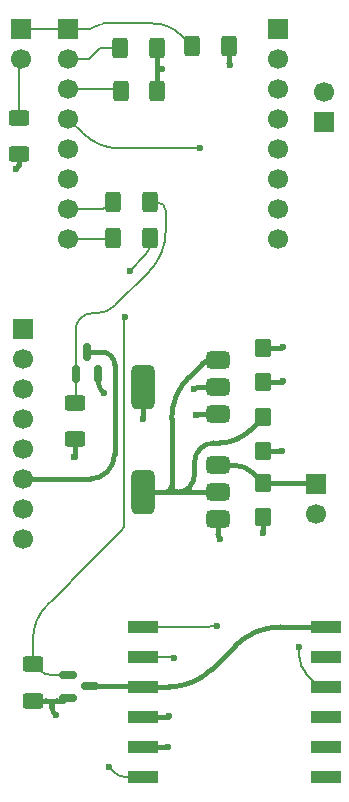
<source format=gtl>
%TF.GenerationSoftware,KiCad,Pcbnew,9.0.4*%
%TF.CreationDate,2025-12-03T04:43:21+11:00*%
%TF.ProjectId,opensenceesp32,6f70656e-7365-46e6-9365-65737033322e,rev?*%
%TF.SameCoordinates,Original*%
%TF.FileFunction,Copper,L1,Top*%
%TF.FilePolarity,Positive*%
%FSLAX46Y46*%
G04 Gerber Fmt 4.6, Leading zero omitted, Abs format (unit mm)*
G04 Created by KiCad (PCBNEW 9.0.4) date 2025-12-03 04:43:21*
%MOMM*%
%LPD*%
G01*
G04 APERTURE LIST*
G04 Aperture macros list*
%AMRoundRect*
0 Rectangle with rounded corners*
0 $1 Rounding radius*
0 $2 $3 $4 $5 $6 $7 $8 $9 X,Y pos of 4 corners*
0 Add a 4 corners polygon primitive as box body*
4,1,4,$2,$3,$4,$5,$6,$7,$8,$9,$2,$3,0*
0 Add four circle primitives for the rounded corners*
1,1,$1+$1,$2,$3*
1,1,$1+$1,$4,$5*
1,1,$1+$1,$6,$7*
1,1,$1+$1,$8,$9*
0 Add four rect primitives between the rounded corners*
20,1,$1+$1,$2,$3,$4,$5,0*
20,1,$1+$1,$4,$5,$6,$7,0*
20,1,$1+$1,$6,$7,$8,$9,0*
20,1,$1+$1,$8,$9,$2,$3,0*%
G04 Aperture macros list end*
%TA.AperFunction,SMDPad,CuDef*%
%ADD10RoundRect,0.250000X0.625000X-0.400000X0.625000X0.400000X-0.625000X0.400000X-0.625000X-0.400000X0*%
%TD*%
%TA.AperFunction,SMDPad,CuDef*%
%ADD11RoundRect,0.375000X0.625000X0.375000X-0.625000X0.375000X-0.625000X-0.375000X0.625000X-0.375000X0*%
%TD*%
%TA.AperFunction,SMDPad,CuDef*%
%ADD12RoundRect,0.500000X0.500000X1.400000X-0.500000X1.400000X-0.500000X-1.400000X0.500000X-1.400000X0*%
%TD*%
%TA.AperFunction,SMDPad,CuDef*%
%ADD13RoundRect,0.150000X0.150000X-0.587500X0.150000X0.587500X-0.150000X0.587500X-0.150000X-0.587500X0*%
%TD*%
%TA.AperFunction,SMDPad,CuDef*%
%ADD14RoundRect,0.250000X-0.445000X0.545000X-0.445000X-0.545000X0.445000X-0.545000X0.445000X0.545000X0*%
%TD*%
%TA.AperFunction,ComponentPad*%
%ADD15R,1.700000X1.700000*%
%TD*%
%TA.AperFunction,ComponentPad*%
%ADD16C,1.700000*%
%TD*%
%TA.AperFunction,SMDPad,CuDef*%
%ADD17RoundRect,0.250000X-0.400000X-0.625000X0.400000X-0.625000X0.400000X0.625000X-0.400000X0.625000X0*%
%TD*%
%TA.AperFunction,SMDPad,CuDef*%
%ADD18RoundRect,0.250000X0.400000X0.625000X-0.400000X0.625000X-0.400000X-0.625000X0.400000X-0.625000X0*%
%TD*%
%TA.AperFunction,SMDPad,CuDef*%
%ADD19R,2.500000X1.000000*%
%TD*%
%TA.AperFunction,SMDPad,CuDef*%
%ADD20RoundRect,0.150000X-0.587500X-0.150000X0.587500X-0.150000X0.587500X0.150000X-0.587500X0.150000X0*%
%TD*%
%TA.AperFunction,ViaPad*%
%ADD21C,0.600000*%
%TD*%
%TA.AperFunction,Conductor*%
%ADD22C,0.400000*%
%TD*%
%TA.AperFunction,Conductor*%
%ADD23C,0.200000*%
%TD*%
G04 APERTURE END LIST*
D10*
%TO.P,R3,1*%
%TO.N,GND*%
X222199200Y-98856800D03*
%TO.P,R3,2*%
%TO.N,Net-(Q2-G)*%
X222199200Y-95756800D03*
%TD*%
D11*
%TO.P,U3,1,GND*%
%TO.N,GND*%
X234290000Y-105635000D03*
%TO.P,U3,2,VO*%
%TO.N,+5V*%
X234290000Y-103335000D03*
D12*
X227990000Y-103335000D03*
D11*
%TO.P,U3,3,VI*%
%TO.N,VCC*%
X234290000Y-101035000D03*
%TD*%
D13*
%TO.P,Q2,1,G*%
%TO.N,Net-(Q2-G)*%
X222250000Y-93345000D03*
%TO.P,Q2,2,S*%
%TO.N,GND*%
X224150000Y-93345000D03*
%TO.P,Q2,3,D*%
%TO.N,/GY_87_GND_SW*%
X223200000Y-91470000D03*
%TD*%
D11*
%TO.P,U2,1,GND*%
%TO.N,GND*%
X234290000Y-96745000D03*
%TO.P,U2,2,VO*%
%TO.N,+3.3V*%
X234290000Y-94445000D03*
D12*
X227990000Y-94445000D03*
D11*
%TO.P,U2,3,VI*%
%TO.N,+5V*%
X234290000Y-92145000D03*
%TD*%
D14*
%TO.P,C1,1*%
%TO.N,+5V*%
X238125000Y-96985000D03*
%TO.P,C1,2*%
%TO.N,GND*%
X238125000Y-99865000D03*
%TD*%
D10*
%TO.P,R1,1*%
%TO.N,GND*%
X218643200Y-120980800D03*
%TO.P,R1,2*%
%TO.N,Net-(Q1-G)*%
X218643200Y-117880800D03*
%TD*%
D15*
%TO.P,SW1,1,1*%
%TO.N,Net-(U4-GPIO10)*%
X217652000Y-64084200D03*
D16*
%TO.P,SW1,2,2*%
%TO.N,Net-(R8-Pad2)*%
X217652000Y-66624200D03*
%TD*%
D17*
%TO.P,R2,1*%
%TO.N,/GPIO_GY86_ON*%
X225449200Y-78790800D03*
%TO.P,R2,2*%
%TO.N,Net-(Q2-G)*%
X228549200Y-78790800D03*
%TD*%
D14*
%TO.P,C2,1*%
%TO.N,+3.3V*%
X238125000Y-91100000D03*
%TO.P,C2,2*%
%TO.N,GND*%
X238125000Y-93980000D03*
%TD*%
D15*
%TO.P,J2,1,Pin_1*%
%TO.N,VCC*%
X242570000Y-102616000D03*
D16*
%TO.P,J2,2,Pin_2*%
%TO.N,GND*%
X242570000Y-105156000D03*
%TD*%
D18*
%TO.P,R7,1*%
%TO.N,GND*%
X235204000Y-65582800D03*
%TO.P,R7,2*%
%TO.N,Net-(U4-GPIO10)*%
X232104000Y-65582800D03*
%TD*%
D10*
%TO.P,R8,1*%
%TO.N,+3.3V*%
X217424000Y-74726800D03*
%TO.P,R8,2*%
%TO.N,Net-(R8-Pad2)*%
X217424000Y-71626800D03*
%TD*%
D17*
%TO.P,R5,1*%
%TO.N,/SCL*%
X226009200Y-65735200D03*
%TO.P,R5,2*%
%TO.N,+3.3V*%
X229109200Y-65735200D03*
%TD*%
D15*
%TO.P,J1,1,Pin_1*%
%TO.N,unconnected-(J1-Pin_1-Pad1)*%
X217805000Y-89535000D03*
D16*
%TO.P,J1,2,Pin_2*%
%TO.N,unconnected-(J1-Pin_2-Pad2)*%
X217805000Y-92075000D03*
%TO.P,J1,3,Pin_3*%
%TO.N,unconnected-(J1-Pin_3-Pad3)*%
X217805000Y-94615000D03*
%TO.P,J1,4,Pin_4*%
%TO.N,/SDA*%
X217805000Y-97155000D03*
%TO.P,J1,5,Pin_5*%
%TO.N,/SCL*%
X217805000Y-99695000D03*
%TO.P,J1,6,Pin_6*%
%TO.N,/GY_87_GND_SW*%
X217805000Y-102235000D03*
%TO.P,J1,7,Pin_7*%
%TO.N,+3.3V*%
X217805000Y-104775000D03*
%TO.P,J1,8,Pin_8*%
%TO.N,unconnected-(J1-Pin_8-Pad8)*%
X217805000Y-107315000D03*
%TD*%
D19*
%TO.P,U1,1,RXD1*%
%TO.N,/GPS_RX*%
X227962000Y-114749200D03*
%TO.P,U1,2,TXD1*%
%TO.N,/GPS_TX*%
X227962000Y-117289200D03*
%TO.P,U1,3,GND*%
%TO.N,/L80_GND_SW*%
X227962000Y-119829200D03*
%TO.P,U1,4,VCC*%
%TO.N,+3.3V*%
X227962000Y-122369200D03*
%TO.P,U1,5,V_BCKP*%
X227962000Y-124909200D03*
%TO.P,U1,6,1PPS*%
%TO.N,/1PPS*%
X227962000Y-127449200D03*
%TO.P,U1,7,RESERVED*%
%TO.N,unconnected-(U1-RESERVED-Pad7)*%
X243462000Y-127449200D03*
%TO.P,U1,8,RESERVED*%
%TO.N,unconnected-(U1-RESERVED-Pad8)*%
X243462000Y-124909200D03*
%TO.P,U1,9,NC*%
%TO.N,unconnected-(U1-NC-Pad9)*%
X243462000Y-122369200D03*
%TO.P,U1,10,~{RESET}*%
%TO.N,/GPS_RESET*%
X243462000Y-119829200D03*
%TO.P,U1,11,RESERVED*%
%TO.N,unconnected-(U1-RESERVED-Pad11)*%
X243462000Y-117289200D03*
%TO.P,U1,12,GND*%
%TO.N,/L80_GND_SW*%
X243462000Y-114749200D03*
%TD*%
D14*
%TO.P,C3,1*%
%TO.N,VCC*%
X238125000Y-102530000D03*
%TO.P,C3,2*%
%TO.N,GND*%
X238125000Y-105410000D03*
%TD*%
D15*
%TO.P,SW2,1,A*%
%TO.N,+3.3V*%
X243256200Y-72014400D03*
D16*
%TO.P,SW2,2,B*%
%TO.N,Net-(SW2-B)*%
X243256200Y-69474400D03*
%TD*%
D17*
%TO.P,R4,1*%
%TO.N,/GPIO_GPS_ON*%
X225424400Y-81788000D03*
%TO.P,R4,2*%
%TO.N,Net-(Q1-G)*%
X228524400Y-81788000D03*
%TD*%
D20*
%TO.P,Q1,1,G*%
%TO.N,Net-(Q1-G)*%
X221566500Y-118836400D03*
%TO.P,Q1,2,S*%
%TO.N,GND*%
X221566500Y-120736400D03*
%TO.P,Q1,3,D*%
%TO.N,/L80_GND_SW*%
X223441500Y-119786400D03*
%TD*%
D17*
%TO.P,R6,1*%
%TO.N,/SDA*%
X226060000Y-69342000D03*
%TO.P,R6,2*%
%TO.N,+3.3V*%
X229160000Y-69342000D03*
%TD*%
D16*
%TO.P,U4,0,GPIO0*%
%TO.N,unconnected-(U4-GPIO0-Pad0)*%
X239420400Y-81889600D03*
%TO.P,U4,1,GPIO1*%
%TO.N,/GPS_RESET*%
X239420400Y-79349600D03*
%TO.P,U4,2,GPIO2*%
%TO.N,unconnected-(U4-GPIO2-Pad2)*%
X239420400Y-76809600D03*
%TO.P,U4,3,GPIO21*%
%TO.N,/GPS_RX*%
X239420400Y-74269600D03*
%TO.P,U4,4,GPIO20*%
%TO.N,/GPS_TX*%
X239420400Y-71729600D03*
%TO.P,U4,5,3.3v*%
%TO.N,Net-(SW2-B)*%
X239420400Y-69189600D03*
%TO.P,U4,6,GND*%
%TO.N,GND*%
X239420400Y-66649600D03*
D15*
%TO.P,U4,7,5v*%
%TO.N,unconnected-(U4-5v-Pad7)*%
X239420400Y-64109600D03*
%TO.P,U4,8,GPIO10*%
%TO.N,Net-(U4-GPIO10)*%
X221640400Y-64109600D03*
D16*
%TO.P,U4,9,GPIO9*%
%TO.N,/SCL*%
X221640400Y-66649600D03*
%TO.P,U4,10,GPIO8*%
%TO.N,/SDA*%
X221640400Y-69189600D03*
%TO.P,U4,11,GPIO7*%
%TO.N,/1PPS*%
X221640400Y-71729600D03*
%TO.P,U4,12,GPIO6*%
%TO.N,unconnected-(U4-GPIO6-Pad12)*%
X221640400Y-74269600D03*
%TO.P,U4,13,GPIO5*%
%TO.N,unconnected-(U4-GPIO5-Pad13)*%
X221640400Y-76809600D03*
%TO.P,U4,14,GPIO4*%
%TO.N,/GPIO_GY86_ON*%
X221640400Y-79349600D03*
%TO.P,U4,15,GPIO3*%
%TO.N,/GPIO_GPS_ON*%
X221640400Y-81889600D03*
%TD*%
D21*
%TO.N,GND*%
X220573600Y-122224800D03*
X239725200Y-99872800D03*
X235305600Y-67208400D03*
X238099600Y-106832400D03*
X222148400Y-100380800D03*
X232460800Y-96824800D03*
X224637600Y-94945200D03*
X234492800Y-107289600D03*
X239776000Y-93929200D03*
%TO.N,+3.3V*%
X230124000Y-122326400D03*
X217220800Y-75946000D03*
X229565200Y-67513200D03*
X232257600Y-94640400D03*
X239776000Y-91033600D03*
X230073200Y-124917200D03*
X227939600Y-97129600D03*
%TO.N,Net-(Q1-G)*%
X226822000Y-84582000D03*
X226441000Y-88519000D03*
%TO.N,/GPS_RX*%
X234188000Y-114681000D03*
%TO.N,/1PPS*%
X232765600Y-74218800D03*
X225094800Y-126644400D03*
%TO.N,/GPS_TX*%
X230581200Y-117348000D03*
%TO.N,/GPS_RESET*%
X241198400Y-116433600D03*
%TD*%
D22*
%TO.N,+5V*%
X229844600Y-103335000D02*
X227990000Y-103335000D01*
X229844600Y-103335000D02*
X230911400Y-103335000D01*
X234409311Y-99161600D02*
X233963300Y-99161600D01*
X230378000Y-102801600D02*
X230378000Y-97116094D01*
X232936446Y-92498553D02*
X231834000Y-93601000D01*
X230911400Y-103335000D02*
X231978200Y-103335000D01*
X231876599Y-102903199D02*
X231821970Y-102957829D01*
X233790000Y-92145000D02*
X234290000Y-92145000D01*
X232308400Y-100816500D02*
X232308400Y-101860742D01*
X237036700Y-98073300D02*
X238125000Y-96985000D01*
X231978200Y-103335000D02*
X234290000Y-103335000D01*
X234409311Y-99161600D02*
G75*
G03*
X237036697Y-98073297I-11J3715700D01*
G01*
X230378000Y-97116094D02*
G75*
G02*
X231834001Y-93601001I4971100J-6D01*
G01*
X231978200Y-103335000D02*
G75*
G02*
X231822021Y-102957880I0J220900D01*
G01*
X229844600Y-103335000D02*
G75*
G03*
X230378000Y-102801600I0J533400D01*
G01*
X233790000Y-92145000D02*
G75*
G03*
X232936448Y-92498555I0J-1207100D01*
G01*
X231876599Y-102903199D02*
G75*
G03*
X232308416Y-101860742I-1042499J1042499D01*
G01*
X230378000Y-102801600D02*
G75*
G03*
X230911400Y-103335000I533400J0D01*
G01*
X233963300Y-99161600D02*
G75*
G03*
X232308400Y-100816500I0J-1654900D01*
G01*
X230911400Y-103335000D02*
G75*
G03*
X231821962Y-102957821I0J1287700D01*
G01*
%TO.N,GND*%
X239711884Y-99865000D02*
X238125000Y-99865000D01*
X232597027Y-96745000D02*
X234290000Y-96745000D01*
X239725200Y-99872800D02*
X239721300Y-99868900D01*
X220218000Y-121617752D02*
X220218000Y-121425000D01*
X222148400Y-100380800D02*
X222173800Y-100355400D01*
X220395800Y-122047000D02*
X220573600Y-122224800D01*
X238125000Y-106789039D02*
X238125000Y-105410000D01*
X219773800Y-120980800D02*
X220662200Y-120980800D01*
X235254800Y-67157600D02*
X235305600Y-67208400D01*
X220662200Y-120980800D02*
X221149283Y-120980800D01*
X222199200Y-100294078D02*
X222199200Y-98856800D01*
X232500700Y-96784900D02*
X232460800Y-96824800D01*
X239750600Y-93954600D02*
X239776000Y-93929200D01*
X234391400Y-107188200D02*
X234492800Y-107289600D01*
X238112300Y-106819700D02*
X238099600Y-106832400D01*
X234290000Y-106943398D02*
X234290000Y-105635000D01*
X224393800Y-94701400D02*
X224637600Y-94945200D01*
X221444300Y-120858600D02*
X221566500Y-120736400D01*
X219773800Y-120980800D02*
X218643200Y-120980800D01*
X239689278Y-93980000D02*
X238125000Y-93980000D01*
X235204000Y-67034957D02*
X235204000Y-65582800D01*
X224150000Y-94112814D02*
X224150000Y-93345000D01*
X232500700Y-96784900D02*
G75*
G02*
X232597027Y-96745011I96300J-96300D01*
G01*
X239750600Y-93954600D02*
G75*
G02*
X239689278Y-93979991I-61300J61300D01*
G01*
X234391400Y-107188200D02*
G75*
G02*
X234290001Y-106943398I244800J244800D01*
G01*
X220395800Y-122047000D02*
G75*
G02*
X220218020Y-121617752I429200J429200D01*
G01*
X220662200Y-120980800D02*
G75*
G03*
X220218000Y-121425000I0J-444200D01*
G01*
X224393800Y-94701400D02*
G75*
G02*
X224149994Y-94112814I588600J588600D01*
G01*
X219773800Y-120980800D02*
G75*
G02*
X220218000Y-121425000I0J-444200D01*
G01*
X238112300Y-106819700D02*
G75*
G03*
X238125016Y-106789039I-30700J30700D01*
G01*
X239711884Y-99865000D02*
G75*
G02*
X239721305Y-99868895I16J-13300D01*
G01*
X235254800Y-67157600D02*
G75*
G02*
X235204017Y-67034957I122600J122600D01*
G01*
X222199200Y-100294078D02*
G75*
G02*
X222173806Y-100355406I-86700J-22D01*
G01*
X221149283Y-120980800D02*
G75*
G03*
X221444305Y-120858605I17J417200D01*
G01*
%TO.N,+3.3V*%
X229160000Y-67285200D02*
X229160000Y-65821921D01*
X230124000Y-122326400D02*
X230102600Y-122347800D01*
X229134600Y-65760600D02*
X229109200Y-65735200D01*
X232257600Y-94640400D02*
X232355300Y-94542700D01*
X217424000Y-75599115D02*
X217424000Y-74726800D01*
X230059543Y-124909200D02*
X227962000Y-124909200D01*
X230050935Y-122369200D02*
X227962000Y-122369200D01*
X232591168Y-94445000D02*
X234290000Y-94445000D01*
X229478478Y-67462400D02*
X229337200Y-67462400D01*
X217220800Y-75946000D02*
X217322400Y-75844400D01*
X229160000Y-67285200D02*
X229160000Y-67639600D01*
X227990000Y-97043561D02*
X227990000Y-94445000D01*
X227964800Y-97104400D02*
X227939600Y-97129600D01*
X230069200Y-124913200D02*
X230073200Y-124917200D01*
X229539800Y-67487800D02*
X229565200Y-67513200D01*
X239742800Y-91066800D02*
X239776000Y-91033600D01*
X229160000Y-67639600D02*
X229160000Y-69342000D01*
X239662648Y-91100000D02*
X238125000Y-91100000D01*
X230102600Y-122347800D02*
G75*
G02*
X230050935Y-122369215I-51700J51700D01*
G01*
X239662648Y-91100000D02*
G75*
G03*
X239742786Y-91066786I-48J113400D01*
G01*
X227964800Y-97104400D02*
G75*
G03*
X227989955Y-97043561I-60900J60800D01*
G01*
X229160000Y-67285200D02*
G75*
G03*
X229337200Y-67462400I177200J0D01*
G01*
X217322400Y-75844400D02*
G75*
G03*
X217424007Y-75599115I-245300J245300D01*
G01*
X229160000Y-67639600D02*
G75*
G02*
X229337200Y-67462400I177200J0D01*
G01*
X229134600Y-65760600D02*
G75*
G02*
X229159991Y-65821921I-61300J-61300D01*
G01*
X229478478Y-67462400D02*
G75*
G02*
X229539806Y-67487794I22J-86700D01*
G01*
X232591168Y-94445000D02*
G75*
G03*
X232355309Y-94542709I32J-333600D01*
G01*
X230069200Y-124913200D02*
G75*
G03*
X230059543Y-124909182I-9700J-9700D01*
G01*
%TO.N,VCC*%
X238125000Y-102530000D02*
X242423188Y-102530000D01*
X238125000Y-102530000D02*
X237377500Y-101782500D01*
X242527000Y-102573000D02*
X242570000Y-102616000D01*
X235572875Y-101035000D02*
X234290000Y-101035000D01*
X235572875Y-101035000D02*
G75*
G02*
X237377507Y-101782493I25J-2552100D01*
G01*
X242527000Y-102573000D02*
G75*
G03*
X242423188Y-102530005I-103800J-103800D01*
G01*
D23*
%TO.N,/SDA*%
X225882200Y-69164200D02*
X226060000Y-69342000D01*
X221640400Y-69164200D02*
X225882200Y-69164200D01*
%TO.N,/SCL*%
X223393000Y-66624200D02*
X224282000Y-65735200D01*
X221640400Y-66624200D02*
X223393000Y-66624200D01*
X224282000Y-65735200D02*
X226009200Y-65735200D01*
D22*
%TO.N,/GY_87_GND_SW*%
X223427334Y-102235000D02*
X217805000Y-102235000D01*
X224475839Y-91470000D02*
X223200000Y-91470000D01*
X225552000Y-92546160D02*
X225552000Y-100110334D01*
X225236800Y-91785200D02*
G75*
G03*
X224475839Y-91469983I-761000J-761000D01*
G01*
X224929700Y-101612700D02*
G75*
G03*
X225552014Y-100110334I-1502400J1502400D01*
G01*
X224929700Y-101612700D02*
G75*
G02*
X223427334Y-102235014I-1502400J1502400D01*
G01*
X225552000Y-92546160D02*
G75*
G03*
X225236788Y-91785212I-1076200J-40D01*
G01*
%TO.N,/L80_GND_SW*%
X227888935Y-119786400D02*
X223441500Y-119786400D01*
X230113800Y-119829200D02*
X227992264Y-119829200D01*
X239599563Y-114749200D02*
X243462000Y-114749200D01*
X233787152Y-118307647D02*
X235751806Y-116342992D01*
X227940600Y-119807800D02*
G75*
G03*
X227992264Y-119829215I51700J51700D01*
G01*
X227940600Y-119807800D02*
G75*
G03*
X227888935Y-119786385I-51700J-51700D01*
G01*
X230113800Y-119829200D02*
G75*
G03*
X233787152Y-118307647I0J5194900D01*
G01*
X239599563Y-114749200D02*
G75*
G03*
X235751815Y-116343001I37J-5441600D01*
G01*
D23*
%TO.N,Net-(Q1-G)*%
X226123500Y-106616500D02*
X226187000Y-106553000D01*
X225996500Y-106743500D02*
X225933000Y-106807000D01*
X222148400Y-110591600D02*
X221564200Y-111175800D01*
X225933000Y-106807000D02*
X225679000Y-107061000D01*
X220395800Y-112344200D02*
X219811600Y-112928400D01*
X226314000Y-89408000D02*
X226314000Y-89916000D01*
X226314000Y-105952473D02*
X226314000Y-105854500D01*
X228524400Y-82333800D02*
X228524400Y-81788000D01*
X226822000Y-84582000D02*
X228138461Y-83265538D01*
X226314000Y-106238223D02*
X226314000Y-106243670D01*
X224485200Y-108254800D02*
X222148400Y-110591600D01*
X226314000Y-105473500D02*
X226314000Y-105854500D01*
X226314000Y-89064198D02*
X226314000Y-89068049D01*
X226314000Y-89408000D02*
X226314000Y-89239950D01*
X226314000Y-88776851D02*
X226314000Y-88858950D01*
X226314000Y-88858950D02*
X226314000Y-88900000D01*
X218882100Y-118119700D02*
X219121000Y-118358600D01*
X220274511Y-118836400D02*
X221566500Y-118836400D01*
X224485200Y-108254800D02*
X225679000Y-107061000D01*
X226441000Y-88519000D02*
X226377500Y-88582500D01*
X226314000Y-106235500D02*
X226314000Y-106238223D01*
X226314000Y-106224606D02*
X226314000Y-106235500D01*
X226314000Y-89068049D02*
X226314000Y-89239950D01*
X226314000Y-88735802D02*
X226314000Y-88776851D01*
X226314000Y-89916000D02*
X226314000Y-105473500D01*
X226314000Y-88900000D02*
X226314000Y-89064198D01*
X218643200Y-115749167D02*
X218643200Y-117542944D01*
X226123500Y-106616500D02*
X225996500Y-106743500D01*
X226314000Y-105952473D02*
X226314000Y-106137526D01*
X226314000Y-106246394D02*
X226314000Y-106243670D01*
X221564200Y-111175800D02*
X220395800Y-112344200D01*
X226314000Y-106224606D02*
X226314000Y-106137526D01*
X218643200Y-115749167D02*
G75*
G02*
X219811610Y-112928410I3989200J-33D01*
G01*
X219121000Y-118358600D02*
G75*
G03*
X220274511Y-118836395I1153500J1153500D01*
G01*
X226314000Y-88735802D02*
G75*
G02*
X226377499Y-88582499I216800J2D01*
G01*
X218882100Y-118119700D02*
G75*
G02*
X218643182Y-117542944I576800J576800D01*
G01*
X228524400Y-82333800D02*
G75*
G02*
X228138466Y-83265543I-1317700J0D01*
G01*
X226314000Y-106246394D02*
G75*
G02*
X226187002Y-106553002I-433600J-6D01*
G01*
%TO.N,Net-(Q2-G)*%
X229870000Y-79484568D02*
X229870000Y-81229200D01*
X224002600Y-88188800D02*
X223637536Y-88188800D01*
X222250000Y-89576336D02*
X222250000Y-93345000D01*
X222224600Y-95731400D02*
X222199200Y-95756800D01*
X225606938Y-87524260D02*
X228433159Y-84698040D01*
X222250000Y-95670078D02*
X222250000Y-93345000D01*
X229176231Y-78790800D02*
X228549200Y-78790800D01*
X222656400Y-88595200D02*
G75*
G02*
X223637536Y-88188815I981100J-981100D01*
G01*
X225606938Y-87524260D02*
G75*
G02*
X224002600Y-88188792I-1604338J1604360D01*
G01*
X228433159Y-84698040D02*
G75*
G03*
X229869994Y-81229200I-3468859J3468840D01*
G01*
X222656400Y-88595200D02*
G75*
G03*
X222250015Y-89576336I981100J-981100D01*
G01*
X229176231Y-78790800D02*
G75*
G02*
X229666791Y-78994009I-31J-693800D01*
G01*
X222250000Y-95670078D02*
G75*
G02*
X222224606Y-95731406I-86700J-22D01*
G01*
X229870000Y-79484568D02*
G75*
G03*
X229666791Y-78994009I-693800J-32D01*
G01*
%TO.N,/GPIO_GY86_ON*%
X225182500Y-79057500D02*
X225449200Y-78790800D01*
X224538629Y-79324200D02*
X221640400Y-79324200D01*
X225182500Y-79057500D02*
G75*
G02*
X224538629Y-79324212I-643900J643900D01*
G01*
%TO.N,/GPIO_GPS_ON*%
X225294318Y-81864200D02*
X221640400Y-81864200D01*
X225386300Y-81826100D02*
X225424400Y-81788000D01*
X225386300Y-81826100D02*
G75*
G02*
X225294318Y-81864208I-92000J92000D01*
G01*
%TO.N,Net-(U4-GPIO10)*%
X224536528Y-63652400D02*
X228808601Y-63652400D01*
X231138800Y-64617600D02*
X232104000Y-65582800D01*
X221640400Y-64084200D02*
X223494071Y-64084200D01*
X221640400Y-64084200D02*
X217652000Y-64084200D01*
X231138800Y-64617600D02*
G75*
G03*
X228808601Y-63652400I-2330200J-2330200D01*
G01*
X224015300Y-63868300D02*
G75*
G02*
X223494071Y-64084188I-521200J521200D01*
G01*
X224536528Y-63652400D02*
G75*
G03*
X224015292Y-63868292I-28J-737100D01*
G01*
%TO.N,Net-(R8-Pad2)*%
X217424000Y-67013420D02*
X217424000Y-71626800D01*
X217538000Y-66738200D02*
X217652000Y-66624200D01*
X217424000Y-67013420D02*
G75*
G02*
X217537994Y-66738194I389200J20D01*
G01*
%TO.N,/GPS_RX*%
X233728224Y-114681000D02*
X234188000Y-114681000D01*
X233563575Y-114749200D02*
X227962000Y-114749200D01*
X233728224Y-114681000D02*
G75*
G03*
X233645893Y-114715093I-24J-116400D01*
G01*
X233645900Y-114715100D02*
G75*
G02*
X233563575Y-114749190I-82300J82300D01*
G01*
%TO.N,/1PPS*%
X225094800Y-126644400D02*
X225497200Y-127046800D01*
X222897700Y-72961500D02*
X221640400Y-71704200D01*
X226468679Y-127449200D02*
X227962000Y-127449200D01*
X225933090Y-74218800D02*
X232765600Y-74218800D01*
X225497200Y-127046800D02*
G75*
G03*
X226468679Y-127449208I971500J971500D01*
G01*
X225933090Y-74218800D02*
G75*
G02*
X222897703Y-72961497I10J4292700D01*
G01*
%TO.N,/GPS_TX*%
X230480822Y-117289200D02*
X227962000Y-117289200D01*
X230551800Y-117318600D02*
X230581200Y-117348000D01*
X230551800Y-117318600D02*
G75*
G03*
X230480822Y-117289191I-71000J-71000D01*
G01*
%TO.N,/GPS_RESET*%
X241791096Y-118702696D02*
X242725125Y-119636725D01*
X243189800Y-119829200D02*
X243462000Y-119829200D01*
X241198400Y-117271800D02*
X241198400Y-116433600D01*
X241198400Y-117271800D02*
G75*
G03*
X241791095Y-118702697I2023600J0D01*
G01*
X243189800Y-119829200D02*
G75*
G02*
X242725114Y-119636736I0J657200D01*
G01*
%TD*%
M02*

</source>
